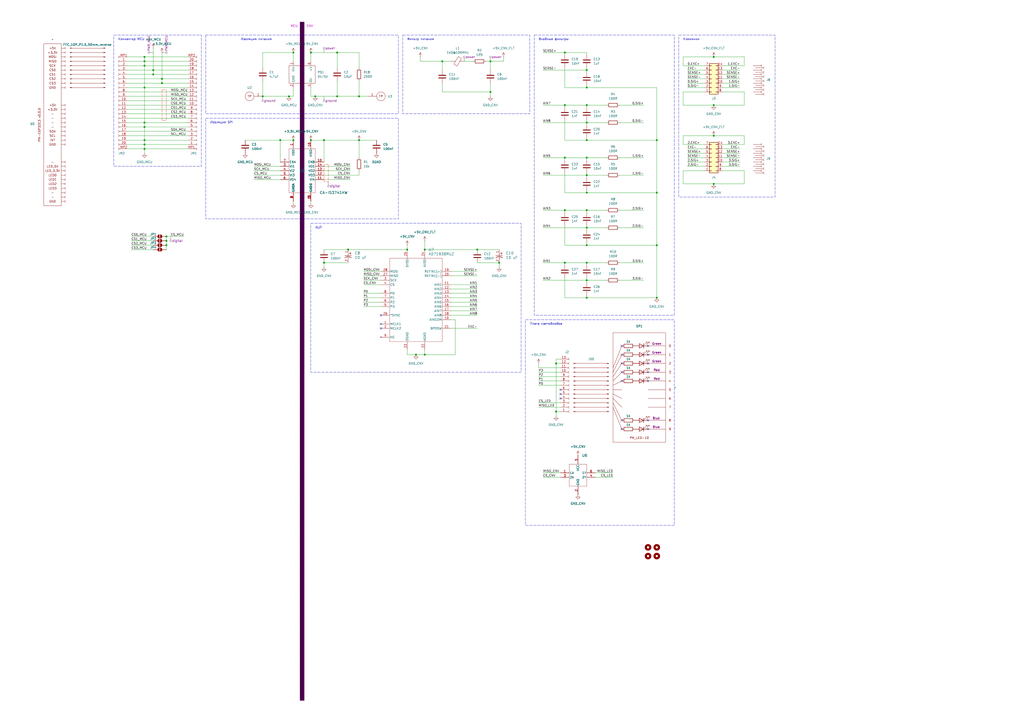
<source format=kicad_sch>
(kicad_sch (version 20250114) (generator "eeschema") (generator_version "9.0")
  (paper "A2")
  (title_block (title "${article} v${version}"))
  (rectangle (start 393.7 20.32) (end 449.58 114.3) (stroke (width 0) (type dash)))
  (rectangle (start 119.38 68.58) (end 231.14 127) (stroke (width 0) (type dash)))
  (rectangle (start 66.04 20.32) (end 116.84 96.52) (stroke (width 0) (type dash)))
  (rectangle (start 119.38 20.32) (end 231.14 66.04) (stroke (width 0) (type dash)))
  (rectangle (start 304.8 185.42) (end 391.16 304.8) (stroke (width 0) (type dash)))
  (rectangle (start 233.68 20.32) (end 307.34 66.04) (stroke (width 0) (type dash)))
  (rectangle (start 180.34 129.54) (end 302.26 215.9) (stroke (width 0) (type dash)))
  (rectangle (start 173.99 12.7) (end 176.53 406.4) (stroke (width 0) (type dot) (color 72 0 72 1)) (fill (type color) (color 72 0 72 1)))
  (rectangle (start 309.88 20.32) (end 391.16 182.88) (stroke (width 0) (type dash)))
  (text "Входные фильтры" (at 312.42 22.86 0) (effects (font (size 1.27 1.27)) (justify left)))
  (text "Коннектор MCU" (at 68.58 22.86 0) (effects (font (size 1.27 1.27)) (justify left)))
  (text "АЦП" (at 182.88 132.08 0) (effects (font (size 1.27 1.27)) (justify left)))
  (text "Плата светодиодов" (at 307.34 187.96 0) (effects (font (size 1.27 1.27)) (justify left)))
  (text "CNV" (at 177.8 15.24 0) (effects (font (size 1.27 1.27)) (justify left)))
  (text "Клеммник" (at 396.24 22.86 0) (effects (font (size 1.27 1.27)) (justify left)))
  (text "Изоляция SPI" (at 121.92 71.12 0) (effects (font (size 1.27 1.27)) (justify left)))
  (text "Фильтр питания" (at 236.22 22.86 0) (effects (font (size 1.27 1.27)) (justify left)))
  (text "MCU" (at 172.72 15.24 0) (effects (font (size 1.27 1.27)) (justify right)))
  (text "Изоляция питания" (at 139.7 22.86 0) (effects (font (size 1.27 1.27)) (justify left)))
  (junction (at 327.66 121.92))
  (junction (at 83.82 71.12))
  (junction (at 241.3 205.74))
  (junction (at 83.82 35.56))
  (junction (at 187.96 152.4))
  (junction (at 340.36 142.24))
  (junction (at 83.82 86.36))
  (junction (at 340.36 101.6))
  (junction (at 340.36 121.92))
  (junction (at 180.34 30.48))
  (junction (at 208.28 55.88))
  (junction (at 93.98 45.72))
  (junction (at 195.58 30.48))
  (junction (at 93.98 48.26))
  (junction (at 83.82 83.82))
  (junction (at 340.36 111.76))
  (junction (at 180.34 81.28))
  (junction (at 187.96 81.28))
  (junction (at 327.66 60.96))
  (junction (at 208.28 81.28))
  (junction (at 340.36 162.56))
  (junction (at 322.58 238.76))
  (junction (at 167.64 55.88))
  (junction (at 340.36 91.44))
  (junction (at 289.56 152.4))
  (junction (at 195.58 55.88))
  (junction (at 83.82 38.1))
  (junction (at 83.82 73.66))
  (junction (at 256.54 35.56))
  (junction (at 322.58 210.82))
  (junction (at 152.4 55.88))
  (junction (at 96.52 139.7))
  (junction (at 201.93 144.78))
  (junction (at 381 81.28))
  (junction (at 381 111.76))
  (junction (at 88.9 40.64))
  (junction (at 414.02 106.68))
  (junction (at 340.36 71.12))
  (junction (at 284.48 53.34))
  (junction (at 327.66 152.4))
  (junction (at 276.86 144.78))
  (junction (at 182.88 55.88))
  (junction (at 236.22 144.78))
  (junction (at 381 172.72))
  (junction (at 414.02 78.74))
  (junction (at 170.18 81.28))
  (junction (at 340.36 132.08))
  (junction (at 162.56 81.28))
  (junction (at 88.9 43.18))
  (junction (at 327.66 30.48))
  (junction (at 96.52 137.16))
  (junction (at 414.02 33.02))
  (junction (at 83.82 50.8))
  (junction (at 340.36 81.28))
  (junction (at 340.36 50.8))
  (junction (at 83.82 33.02))
  (junction (at 381 142.24))
  (junction (at 340.36 152.4))
  (junction (at 246.38 205.74))
  (junction (at 340.36 60.96))
  (junction (at 284.48 35.56))
  (junction (at 340.36 40.64))
  (junction (at 170.18 30.48))
  (junction (at 414.02 60.96))
  (junction (at 327.66 91.44))
  (junction (at 83.82 81.28))
  (junction (at 96.52 142.24))
  (junction (at 246.38 144.78))
  (junction (at 340.36 172.72))
  (no_connect (at 375.92 248.92))
  (no_connect (at 325.12 231.14))
  (no_connect (at 360.68 210.82))
  (no_connect (at 220.98 187.96))
  (no_connect (at 375.92 200.66))
  (no_connect (at 375.92 220.98))
  (no_connect (at 360.68 215.9))
  (no_connect (at 375.92 210.82))
  (no_connect (at 375.92 205.74))
  (no_connect (at 360.68 248.92))
  (no_connect (at 325.12 226.06))
  (no_connect (at 360.68 200.66))
  (no_connect (at 220.98 182.88))
  (no_connect (at 375.92 215.9))
  (no_connect (at 325.12 228.6))
  (no_connect (at 220.98 190.5))
  (no_connect (at 375.92 243.84))
  (no_connect (at 360.68 243.84))
  (no_connect (at 360.68 220.98))
  (no_connect (at 360.68 205.74))
  (wire (pts (xy 236.22 205.74) (xy 236.22 203.2)))
  (wire (pts (xy 419.1 91.44) (xy 429.26 91.44)))
  (wire (pts (xy 398.78 91.44) (xy 408.94 91.44)))
  (wire (pts (xy 340.36 30.48) (xy 340.36 31.75)))
  (wire (pts (xy 73.66 45.72) (xy 93.98 45.72)))
  (wire (pts (xy 162.56 81.28) (xy 162.56 93.98)))
  (wire (pts (xy 340.36 132.08) (xy 351.79 132.08)))
  (wire (pts (xy 96.52 142.24) (xy 96.52 144.78)))
  (wire (pts (xy 284.48 48.26) (xy 284.48 53.34)))
  (wire (pts (xy 340.36 121.92) (xy 340.36 123.19)))
  (wire (pts (xy 396.24 106.68) (xy 396.24 99.06)))
  (wire (pts (xy 93.98 45.72) (xy 109.22 45.72)))
  (wire (pts (xy 170.18 50.8) (xy 170.18 55.88)))
  (wire (pts (xy 312.42 223.52) (xy 325.12 223.52)))
  (wire (pts (xy 88.9 40.64) (xy 88.9 43.18)))
  (wire (pts (xy 419.1 96.52) (xy 429.26 96.52)))
  (wire (pts (xy 195.58 55.88) (xy 182.88 55.88)))
  (wire (pts (xy 340.36 91.44) (xy 340.36 92.71)))
  (wire (pts (xy 180.34 30.48) (xy 180.34 35.56)))
  (wire (pts (xy 312.42 233.68) (xy 325.12 233.68)))
  (wire (pts (xy 419.1 40.64) (xy 429.26 40.64)))
  (wire (pts (xy 312.42 210.82) (xy 312.42 213.36)))
  (wire (pts (xy 152.4 46.99) (xy 152.4 55.88)))
  (wire (pts (xy 162.56 81.28) (xy 170.18 81.28)))
  (wire (pts (xy 414.02 106.68) (xy 431.8 106.68)))
  (wire (pts (xy 201.93 144.78) (xy 236.22 144.78)))
  (wire (pts (xy 73.66 63.5) (xy 109.22 63.5)))
  (wire (pts (xy 261.62 165.1) (xy 276.86 165.1)))
  (wire (pts (xy 359.41 152.4) (xy 373.38 152.4)))
  (wire (pts (xy 83.82 83.82) (xy 109.22 83.82)))
  (wire (pts (xy 83.82 38.1) (xy 109.22 38.1)))
  (wire (pts (xy 314.96 91.44) (xy 327.66 91.44)))
  (wire (pts (xy 314.96 132.08) (xy 340.36 132.08)))
  (wire (pts (xy 327.66 30.48) (xy 340.36 30.48)))
  (wire (pts (xy 187.96 96.52) (xy 203.2 96.52)))
  (wire (pts (xy 195.58 46.99) (xy 195.58 55.88)))
  (wire (pts (xy 93.98 30.48) (xy 93.98 45.72)))
  (wire (pts (xy 73.66 86.36) (xy 83.82 86.36)))
  (wire (pts (xy 246.38 139.7) (xy 246.38 144.78)))
  (wire (pts (xy 180.34 50.8) (xy 180.34 55.88)))
  (wire (pts (xy 325.12 238.76) (xy 322.58 238.76)))
  (wire (pts (xy 187.96 144.78) (xy 201.93 144.78)))
  (wire (pts (xy 83.82 33.02) (xy 83.82 35.56)))
  (wire (pts (xy 327.66 161.29) (xy 327.66 172.72)))
  (wire (pts (xy 142.24 81.28) (xy 162.56 81.28)))
  (wire (pts (xy 83.82 35.56) (xy 83.82 38.1)))
  (wire (pts (xy 327.66 60.96) (xy 327.66 62.23)))
  (wire (pts (xy 431.8 38.1) (xy 419.1 38.1)))
  (wire (pts (xy 73.66 53.34) (xy 109.22 53.34)))
  (wire (pts (xy 73.66 81.28) (xy 83.82 81.28)))
  (wire (pts (xy 73.66 78.74) (xy 109.22 78.74)))
  (wire (pts (xy 398.78 45.72) (xy 408.94 45.72)))
  (wire (pts (xy 289.56 152.4) (xy 289.56 154.94)))
  (wire (pts (xy 314.96 274.32) (xy 325.12 274.32)))
  (wire (pts (xy 73.66 43.18) (xy 88.9 43.18)))
  (wire (pts (xy 419.1 88.9) (xy 429.26 88.9)))
  (wire (pts (xy 83.82 73.66) (xy 83.82 81.28)))
  (wire (pts (xy 327.66 121.92) (xy 327.66 123.19)))
  (wire (pts (xy 73.66 33.02) (xy 83.82 33.02)))
  (wire (pts (xy 312.42 218.44) (xy 325.12 218.44)))
  (wire (pts (xy 208.28 81.28) (xy 218.44 81.28)))
  (wire (pts (xy 83.82 50.8) (xy 83.82 71.12)))
  (wire (pts (xy 414.02 33.02) (xy 396.24 33.02)))
  (wire (pts (xy 96.52 137.16) (xy 106.68 137.16)))
  (wire (pts (xy 210.82 170.18) (xy 220.98 170.18)))
  (wire (pts (xy 340.36 101.6) (xy 351.79 101.6)))
  (wire (pts (xy 210.82 172.72) (xy 220.98 172.72)))
  (wire (pts (xy 180.34 81.28) (xy 187.96 81.28)))
  (wire (pts (xy 419.1 93.98) (xy 429.26 93.98)))
  (wire (pts (xy 73.66 73.66) (xy 83.82 73.66)))
  (wire (pts (xy 76.2 142.24) (xy 88.9 142.24)))
  (wire (pts (xy 210.82 175.26) (xy 220.98 175.26)))
  (wire (pts (xy 162.56 104.14) (xy 147.32 104.14)))
  (wire (pts (xy 340.36 121.92) (xy 351.79 121.92)))
  (wire (pts (xy 261.62 167.64) (xy 276.86 167.64)))
  (wire (pts (xy 241.3 205.74) (xy 246.38 205.74)))
  (wire (pts (xy 256.54 48.26) (xy 256.54 53.34)))
  (wire (pts (xy 381 81.28) (xy 381 50.8)))
  (wire (pts (xy 419.1 83.82) (xy 431.8 83.82)))
  (wire (pts (xy 312.42 213.36) (xy 325.12 213.36)))
  (wire (pts (xy 340.36 161.29) (xy 340.36 162.56)))
  (wire (pts (xy 359.41 162.56) (xy 373.38 162.56)))
  (wire (pts (xy 83.82 71.12) (xy 109.22 71.12)))
  (wire (pts (xy 398.78 48.26) (xy 408.94 48.26)))
  (wire (pts (xy 429.26 43.18) (xy 419.1 43.18)))
  (wire (pts (xy 345.44 276.86) (xy 355.6 276.86)))
  (wire (pts (xy 73.66 50.8) (xy 83.82 50.8)))
  (wire (pts (xy 83.82 71.12) (xy 83.82 73.66)))
  (wire (pts (xy 431.8 53.34) (xy 431.8 60.96)))
  (wire (pts (xy 73.66 38.1) (xy 83.82 38.1)))
  (wire (pts (xy 359.41 121.92) (xy 373.38 121.92)))
  (wire (pts (xy 314.96 121.92) (xy 327.66 121.92)))
  (wire (pts (xy 340.36 130.81) (xy 340.36 132.08)))
  (wire (pts (xy 414.02 78.74) (xy 396.24 78.74)))
  (wire (pts (xy 261.62 170.18) (xy 276.86 170.18)))
  (wire (pts (xy 314.96 276.86) (xy 325.12 276.86)))
  (wire (pts (xy 261.62 182.88) (xy 276.86 182.88)))
  (wire (pts (xy 76.2 144.78) (xy 88.9 144.78)))
  (wire (pts (xy 256.54 35.56) (xy 261.62 35.56)))
  (wire (pts (xy 210.82 162.56) (xy 220.98 162.56)))
  (wire (pts (xy 327.66 153.67) (xy 327.66 152.4)))
  (wire (pts (xy 261.62 175.26) (xy 276.86 175.26)))
  (wire (pts (xy 208.28 81.28) (xy 208.28 91.44)))
  (wire (pts (xy 314.96 60.96) (xy 327.66 60.96)))
  (wire (pts (xy 73.66 83.82) (xy 83.82 83.82)))
  (wire (pts (xy 419.1 99.06) (xy 431.8 99.06)))
  (wire (pts (xy 322.58 238.76) (xy 322.58 241.3)))
  (wire (pts (xy 340.36 91.44) (xy 351.79 91.44)))
  (wire (pts (xy 187.96 101.6) (xy 208.28 101.6)))
  (wire (pts (xy 314.96 40.64) (xy 340.36 40.64)))
  (wire (pts (xy 340.36 39.37) (xy 340.36 40.64)))
  (wire (pts (xy 73.66 76.2) (xy 109.22 76.2)))
  (wire (pts (xy 88.9 43.18) (xy 109.22 43.18)))
  (wire (pts (xy 152.4 30.48) (xy 170.18 30.48)))
  (wire (pts (xy 88.9 40.64) (xy 109.22 40.64)))
  (wire (pts (xy 261.62 177.8) (xy 276.86 177.8)))
  (wire (pts (xy 327.66 111.76) (xy 340.36 111.76)))
  (wire (pts (xy 264.16 185.42) (xy 264.16 205.74)))
  (wire (pts (xy 340.36 111.76) (xy 381 111.76)))
  (wire (pts (xy 340.36 132.08) (xy 340.36 133.35)))
  (wire (pts (xy 327.66 91.44) (xy 327.66 92.71)))
  (wire (pts (xy 284.48 53.34) (xy 284.48 55.88)))
  (wire (pts (xy 327.66 60.96) (xy 340.36 60.96)))
  (wire (pts (xy 431.8 60.96) (xy 414.02 60.96)))
  (wire (pts (xy 284.48 35.56) (xy 284.48 40.64)))
  (wire (pts (xy 187.96 152.4) (xy 201.93 152.4)))
  (wire (pts (xy 340.36 140.97) (xy 340.36 142.24)))
  (wire (pts (xy 340.36 69.85) (xy 340.36 71.12)))
  (wire (pts (xy 73.66 58.42) (xy 109.22 58.42)))
  (wire (pts (xy 152.4 39.37) (xy 152.4 30.48)))
  (wire (pts (xy 236.22 205.74) (xy 241.3 205.74)))
  (wire (pts (xy 327.66 121.92) (xy 340.36 121.92)))
  (wire (pts (xy 359.41 71.12) (xy 373.38 71.12)))
  (wire (pts (xy 325.12 208.28) (xy 322.58 208.28)))
  (wire (pts (xy 83.82 33.02) (xy 109.22 33.02)))
  (wire (pts (xy 340.36 142.24) (xy 381 142.24)))
  (wire (pts (xy 312.42 215.9) (xy 325.12 215.9)))
  (wire (pts (xy 213.36 55.88) (xy 208.28 55.88)))
  (wire (pts (xy 162.56 96.52) (xy 147.32 96.52)))
  (wire (pts (xy 73.66 66.04) (xy 109.22 66.04)))
  (wire (pts (xy 269.24 35.56) (xy 274.32 35.56)))
  (wire (pts (xy 83.82 35.56) (xy 109.22 35.56)))
  (wire (pts (xy 281.94 35.56) (xy 284.48 35.56)))
  (wire (pts (xy 261.62 180.34) (xy 276.86 180.34)))
  (wire (pts (xy 243.84 33.02) (xy 243.84 35.56)))
  (wire (pts (xy 314.96 71.12) (xy 340.36 71.12)))
  (wire (pts (xy 322.58 210.82) (xy 322.58 238.76)))
  (wire (pts (xy 261.62 157.48) (xy 276.86 157.48)))
  (wire (pts (xy 414.02 106.68) (xy 396.24 106.68)))
  (wire (pts (xy 314.96 152.4) (xy 327.66 152.4)))
  (wire (pts (xy 187.96 81.28) (xy 187.96 93.98)))
  (wire (pts (xy 312.42 236.22) (xy 325.12 236.22)))
  (wire (pts (xy 327.66 30.48) (xy 327.66 31.75)))
  (wire (pts (xy 340.36 81.28) (xy 340.36 80.01)))
  (wire (pts (xy 414.02 60.96) (xy 396.24 60.96)))
  (wire (pts (xy 398.78 50.8) (xy 408.94 50.8)))
  (wire (pts (xy 187.96 104.14) (xy 203.2 104.14)))
  (wire (pts (xy 246.38 144.78) (xy 276.86 144.78)))
  (wire (pts (xy 210.82 165.1) (xy 220.98 165.1)))
  (wire (pts (xy 93.98 45.72) (xy 93.98 48.26)))
  (wire (pts (xy 210.82 160.02) (xy 220.98 160.02)))
  (wire (pts (xy 327.66 172.72) (xy 340.36 172.72)))
  (wire (pts (xy 398.78 86.36) (xy 408.94 86.36)))
  (wire (pts (xy 340.36 50.8) (xy 381 50.8)))
  (wire (pts (xy 345.44 274.32) (xy 355.6 274.32)))
  (wire (pts (xy 276.86 152.4) (xy 289.56 152.4)))
  (wire (pts (xy 429.26 48.26) (xy 419.1 48.26)))
  (wire (pts (xy 340.36 81.28) (xy 381 81.28)))
  (wire (pts (xy 327.66 100.33) (xy 327.66 111.76)))
  (wire (pts (xy 73.66 55.88) (xy 109.22 55.88)))
  (wire (pts (xy 314.96 30.48) (xy 327.66 30.48)))
  (wire (pts (xy 162.56 99.06) (xy 147.32 99.06)))
  (wire (pts (xy 396.24 83.82) (xy 408.94 83.82)))
  (wire (pts (xy 398.78 93.98) (xy 408.94 93.98)))
  (wire (pts (xy 243.84 35.56) (xy 256.54 35.56)))
  (wire (pts (xy 431.8 78.74) (xy 414.02 78.74)))
  (wire (pts (xy 170.18 118.11) (xy 170.18 116.84)))
  (wire (pts (xy 93.98 48.26) (xy 109.22 48.26)))
  (wire (pts (xy 195.58 39.37) (xy 195.58 30.48)))
  (wire (pts (xy 187.96 99.06) (xy 203.2 99.06)))
  (wire (pts (xy 381 142.24) (xy 381 172.72)))
  (wire (pts (xy 359.41 91.44) (xy 373.38 91.44)))
  (wire (pts (xy 396.24 38.1) (xy 408.94 38.1)))
  (wire (pts (xy 398.78 40.64) (xy 408.94 40.64)))
  (wire (pts (xy 327.66 91.44) (xy 340.36 91.44)))
  (wire (pts (xy 292.1 33.02) (xy 292.1 35.56)))
  (wire (pts (xy 398.78 96.52) (xy 408.94 96.52)))
  (wire (pts (xy 327.66 81.28) (xy 340.36 81.28)))
  (wire (pts (xy 429.26 45.72) (xy 419.1 45.72)))
  (wire (pts (xy 292.1 35.56) (xy 284.48 35.56)))
  (wire (pts (xy 83.82 50.8) (xy 109.22 50.8)))
  (wire (pts (xy 210.82 177.8) (xy 220.98 177.8)))
  (wire (pts (xy 83.82 38.1) (xy 83.82 50.8)))
  (wire (pts (xy 208.28 99.06) (xy 208.28 101.6)))
  (wire (pts (xy 261.62 160.02) (xy 276.86 160.02)))
  (wire (pts (xy 210.82 157.48) (xy 220.98 157.48)))
  (wire (pts (xy 325.12 210.82) (xy 322.58 210.82)))
  (wire (pts (xy 73.66 40.64) (xy 88.9 40.64)))
  (wire (pts (xy 398.78 88.9) (xy 408.94 88.9)))
  (wire (pts (xy 327.66 142.24) (xy 340.36 142.24)))
  (wire (pts (xy 96.52 139.7) (xy 96.52 142.24)))
  (wire (pts (xy 327.66 152.4) (xy 340.36 152.4)))
  (wire (pts (xy 340.36 152.4) (xy 351.79 152.4)))
  (wire (pts (xy 340.36 162.56) (xy 351.79 162.56)))
  (wire (pts (xy 83.82 86.36) (xy 109.22 86.36)))
  (wire (pts (xy 396.24 53.34) (xy 408.94 53.34)))
  (wire (pts (xy 396.24 33.02) (xy 396.24 38.1)))
  (wire (pts (xy 327.66 130.81) (xy 327.66 142.24)))
  (wire (pts (xy 83.82 81.28) (xy 109.22 81.28)))
  (wire (pts (xy 261.62 185.42) (xy 264.16 185.42)))
  (wire (pts (xy 322.58 208.28) (xy 322.58 210.82)))
  (wire (pts (xy 264.16 205.74) (xy 246.38 205.74)))
  (wire (pts (xy 431.8 53.34) (xy 419.1 53.34)))
  (wire (pts (xy 340.36 171.45) (xy 340.36 172.72)))
  (wire (pts (xy 398.78 43.18) (xy 408.94 43.18)))
  (wire (pts (xy 73.66 48.26) (xy 93.98 48.26)))
  (wire (pts (xy 236.22 142.24) (xy 236.22 144.78)))
  (wire (pts (xy 396.24 60.96) (xy 396.24 53.34)))
  (wire (pts (xy 429.26 50.8) (xy 419.1 50.8)))
  (wire (pts (xy 83.82 73.66) (xy 109.22 73.66)))
  (wire (pts (xy 340.36 49.53) (xy 340.36 50.8)))
  (wire (pts (xy 180.34 30.48) (xy 195.58 30.48)))
  (wire (pts (xy 83.82 86.36) (xy 83.82 88.9)))
  (wire (pts (xy 261.62 190.5) (xy 276.86 190.5)))
  (wire (pts (xy 73.66 71.12) (xy 83.82 71.12)))
  (wire (pts (xy 73.66 35.56) (xy 83.82 35.56)))
  (wire (pts (xy 327.66 69.85) (xy 327.66 81.28)))
  (wire (pts (xy 208.28 39.37) (xy 208.28 30.48)))
  (wire (pts (xy 73.66 60.96) (xy 109.22 60.96)))
  (wire (pts (xy 340.36 40.64) (xy 340.36 41.91)))
  (wire (pts (xy 261.62 172.72) (xy 276.86 172.72)))
  (wire (pts (xy 312.42 220.98) (xy 325.12 220.98)))
  (wire (pts (xy 147.32 101.6) (xy 162.56 101.6)))
  (wire (pts (xy 396.24 78.74) (xy 396.24 83.82)))
  (wire (pts (xy 187.96 81.28) (xy 208.28 81.28)))
  (wire (pts (xy 256.54 53.34) (xy 284.48 53.34)))
  (wire (pts (xy 208.28 55.88) (xy 195.58 55.88)))
  (wire (pts (xy 340.36 100.33) (xy 340.36 101.6)))
  (wire (pts (xy 431.8 33.02) (xy 414.02 33.02)))
  (wire (pts (xy 431.8 106.68) (xy 431.8 99.06)))
  (wire (pts (xy 340.36 60.96) (xy 351.79 60.96)))
  (wire (pts (xy 88.9 27.94) (xy 88.9 40.64)))
  (wire (pts (xy 208.28 46.99) (xy 208.28 55.88)))
  (wire (pts (xy 180.34 118.11) (xy 180.34 116.84)))
  (wire (pts (xy 327.66 50.8) (xy 340.36 50.8)))
  (wire (pts (xy 314.96 162.56) (xy 340.36 162.56)))
  (wire (pts (xy 396.24 99.06) (xy 408.94 99.06)))
  (wire (pts (xy 340.36 71.12) (xy 351.79 71.12)))
  (wire (pts (xy 152.4 55.88) (xy 167.64 55.88)))
  (wire (pts (xy 340.36 172.72) (xy 381 172.72)))
  (wire (pts (xy 167.64 55.88) (xy 170.18 55.88)))
  (wire (pts (xy 340.36 162.56) (xy 340.36 163.83)))
  (wire (pts (xy 340.36 72.39) (xy 340.36 71.12)))
  (wire (pts (xy 83.82 81.28) (xy 83.82 83.82)))
  (wire (pts (xy 96.52 137.16) (xy 96.52 139.7)))
  (wire (pts (xy 187.96 152.4) (xy 187.96 154.94)))
  (wire (pts (xy 431.8 38.1) (xy 431.8 33.02)))
  (wire (pts (xy 327.66 39.37) (xy 327.66 50.8)))
  (wire (pts (xy 76.2 137.16) (xy 88.9 137.16)))
  (wire (pts (xy 359.41 60.96) (xy 373.38 60.96)))
  (wire (pts (xy 276.86 144.78) (xy 289.56 144.78)))
  (wire (pts (xy 256.54 35.56) (xy 256.54 40.64)))
  (wire (pts (xy 431.8 78.74) (xy 431.8 83.82)))
  (wire (pts (xy 246.38 203.2) (xy 246.38 205.74)))
  (wire (pts (xy 381 81.28) (xy 381 111.76)))
  (wire (pts (xy 340.36 60.96) (xy 340.36 62.23)))
  (wire (pts (xy 76.2 139.7) (xy 88.9 139.7)))
  (wire (pts (xy 381 111.76) (xy 381 142.24)))
  (wire (pts (xy 180.34 55.88) (xy 182.88 55.88)))
  (wire (pts (xy 359.41 101.6) (xy 373.38 101.6)))
  (wire (pts (xy 340.36 110.49) (xy 340.36 111.76)))
  (wire (pts (xy 83.82 83.82) (xy 83.82 86.36)))
  (wire (pts (xy 340.36 153.67) (xy 340.36 152.4)))
  (wire (pts (xy 170.18 30.48) (xy 170.18 35.56)))
  (wire (pts (xy 340.36 101.6) (xy 340.36 102.87)))
  (wire (pts (xy 419.1 86.36) (xy 429.26 86.36)))
  (wire (pts (xy 359.41 132.08) (xy 373.38 132.08)))
  (wire (pts (xy 314.96 101.6) (xy 340.36 101.6)))
  (wire (pts (xy 73.66 68.58) (xy 109.22 68.58)))
  (wire (pts (xy 208.28 30.48) (xy 195.58 30.48)))
  (label "1.SIG-" (at 429.26 50.8 180))
  (label "CS3_MCU" (at 99.06 68.58 0))
  (label "CS_CNV" (at 203.2 101.6 180))
  (label "MOSI_CNV" (at 210.82 157.48 0))
  (label "1.SIG+" (at 429.26 48.26 180))
  (label "MISO_CNV" (at 210.82 160.02 0))
  (label "AIN1" (at 314.96 152.4 0))
  (label "SENSE-" (at 276.86 160.02 180))
  (label "3.EXC+" (at 429.26 83.82 180))
  (label "EXC-" (at 429.26 40.64 180))
  (label "EXC-" (at 398.78 86.36 0))
  (label "SENSE+" (at 398.78 43.18 0))
  (label "P2" (at 312.42 218.44 0))
  (label "3.SIG+" (at 373.38 152.4 180))
  (label "P0" (at 312.42 223.52 0))
  (label "1.EXC+" (at 429.26 38.1 180))
  (label "CS_MCU" (at 147.32 101.6 0))
  (label "0.SIG-" (at 373.38 71.12 180))
  (label "CS_CNV" (at 210.82 165.1 0))
  (label "AIN2" (at 276.86 167.64 180))
  (label "CS2_MCU" (at 99.06 66.04 0))
  (label "MISO_CNV" (at 203.2 104.14 180))
  (label "1.SIG-" (at 373.38 101.6 180))
  (label "SENSE-" (at 398.78 45.72 0))
  (label "P1" (at 312.42 220.98 0))
  (label "0.SIG+" (at 398.78 48.26 0))
  (label "AIN8" (at 276.86 182.88 180))
  (label "1.SIG+" (at 373.38 91.44 180))
  (label "EXC-" (at 429.26 86.36 180))
  (label "SENSE-" (at 398.78 91.44 0))
  (label "CS0_MCU" (at 76.2 137.16 0))
  (label "SENSE+" (at 429.26 88.9 180))
  (label "3.SIG-" (at 373.38 162.56 180))
  (label "CS_LED" (at 312.42 233.68 0))
  (label "2.SIG+" (at 398.78 93.98 0))
  (label "0.SIG-" (at 398.78 50.8 0))
  (label "MISO_LED" (at 312.42 236.22 0))
  (label "0.EXC+" (at 398.78 38.1 0))
  (label "MOSI_CNV" (at 203.2 96.52 180))
  (label "SCK_CNV" (at 203.2 99.06 180))
  (label "AIN6" (at 314.96 101.6 0))
  (label "MISO_MCU" (at 99.06 55.88 0))
  (label "2.SIG-" (at 373.38 132.08 180))
  (label "AIN5" (at 276.86 175.26 180))
  (label "P1" (at 210.82 172.72 0))
  (label "CS_MCU" (at 106.68 137.16 180))
  (label "CS2_MCU" (at 76.2 142.24 0))
  (label "AIN4" (at 314.96 132.08 0))
  (label "AIN8" (at 314.96 71.12 0))
  (label "SENSE+" (at 398.78 88.9 0))
  (label "AIN3" (at 276.86 170.18 180))
  (label "MISO_LED" (at 355.6 274.32 180))
  (label "AIN1" (at 276.86 165.1 180))
  (label "MOSI_MCU" (at 147.32 96.52 0))
  (label "CS0_MCU" (at 99.06 60.96 0))
  (label "2.SIG+" (at 373.38 121.92 180))
  (label "SCK_CNV" (at 210.82 162.56 0))
  (label "SCL_MCU" (at 99.06 78.74 0))
  (label "SENSE-" (at 429.26 45.72 180))
  (label "P2" (at 210.82 175.26 0))
  (label "AIN4" (at 276.86 172.72 180))
  (label "CS1_MCU" (at 76.2 139.7 0))
  (label "CS_CNV" (at 314.96 276.86 0))
  (label "P3" (at 210.82 177.8 0))
  (label "CS1_MCU" (at 99.06 63.5 0))
  (label "SCK_MCU" (at 147.32 99.06 0))
  (label "AIN7" (at 314.96 60.96 0))
  (label "SENSE+" (at 314.96 30.48 0))
  (label "MISO_MCU" (at 147.32 104.14 0))
  (label "2.EXC+" (at 398.78 83.82 0))
  (label "0.SIG+" (at 373.38 60.96 180))
  (label "SCK_MCU" (at 99.06 58.42 0))
  (label "3.SIG+" (at 429.26 93.98 180))
  (label "2.SIG-" (at 398.78 96.52 0))
  (label "P3" (at 312.42 215.9 0))
  (label "SENSE+" (at 429.26 43.18 180))
  (label "CS3_MCU" (at 76.2 144.78 0))
  (label "MOSI_MCU" (at 99.06 53.34 0))
  (label "AIN5" (at 314.96 91.44 0))
  (label "SENSE-" (at 429.26 91.44 180))
  (label "AIN3" (at 314.96 121.92 0))
  (label "AIN6" (at 276.86 177.8 180))
  (label "P0" (at 210.82 170.18 0))
  (label "AIN7" (at 276.86 180.34 180))
  (label "EXC-" (at 276.86 190.5 180))
  (label "SDA_MCU" (at 99.06 76.2 0))
  (label "SENSE-" (at 314.96 40.64 0))
  (label "SENSE+" (at 276.86 157.48 180))
  (label "CS_LED" (at 355.6 276.86 180))
  (label "MISO_CNV" (at 314.96 274.32 0))
  (label "EXC-" (at 398.78 40.64 0))
  (label "3.SIG-" (at 429.26 96.52 180))
  (label "AIN2" (at 314.96 162.56 0))
  (rule_area (polyline (pts (xy 187.96 95.25) (xy 187.96 105.41) (xy 190.5 105.41) (xy 190.5 95.25)) (stroke (width 0) (type dash))))
  (rule_area (polyline (pts (xy 93.98 52.07) (xy 93.98 69.85) (xy 96.52 69.85) (xy 96.52 52.07)) (stroke (width 0) (type dash))))
  (netclass_flag "" (length 2.54) (shape round) (at 284.48 35.56 0) (property "Netclass" "power" (at 285.1785 33.02 0) (effects (font (italic yes)) (justify left))))
  (netclass_flag "" (length 2.54) (shape round) (at 152.4 55.88 180) (property "Netclass" "ground" (at 153.0985 58.42 0) (effects (font (italic yes)) (justify left))))
  (netclass_flag "" (length 2.54) (shape round) (at 187.96 55.88 180) (property "Netclass" "ground" (at 188.6585 58.42 0) (effects (font (italic yes)) (justify left))))
  (netclass_flag "" (length 2.54) (shape round) (at 88.9 30.48 90) (property "Netclass" "PWR_MCU" (at 86.36 29.7815 90) (effects (font (italic yes)) (justify left))))
  (netclass_flag "" (length 2.54) (shape round) (at 99.06 137.16 180) (property "Netclass" "digital" (at 99.7585 139.7 0) (effects (font (italic yes)) (justify left))))
  (netclass_flag "" (length 2.54) (shape round) (at 190.5 105.41 180) (property "Netclass" "digital" (at 191.1985 107.95 0) (effects (font (italic yes)) (justify left))))
  (netclass_flag "" (length 2.54) (shape round) (at 269.24 35.56 0) (property "Netclass" "power" (at 269.9385 33.02 0) (effects (font (italic yes)) (justify left))))
  (netclass_flag "" (length 2.54) (shape round) (at 187.96 30.48 0) (property "Netclass" "power" (at 188.6585 27.94 0) (effects (font (italic yes)) (justify left))))
  (netclass_flag "" (length 2.54) (shape round) (at 93.98 30.48 270) (property "Netclass" "PWR_MCU" (at 96.52 29.7815 90) (effects (font (italic yes)) (justify left))))
  (symbol (lib_id "kicad_inventree_lib:R_1k_0603_1%") (at 364.49 220.98 90) (unit 1) (on_board no)
    (property "Reference" "R15" (effects (hide yes)))
    (property "Value" "1k" (at 364.49 218.44 90))
    (property "Footprint" "Resistor_SMD:R_0603_1608Metric" (effects (hide yes)))
    (property "Datasheet" "http://inventree.network/part/280/" (effects (hide yes)))
    (property "Description" "Resistor" (effects (hide yes)))
    (property "part_ipn" "R_1k_0603_1%" (effects (hide yes)))
  )
  (symbol (lib_id "power:+5V") (at 414.02 78.74 0) (unit 1)
    (property "Reference" "#PWR030" (effects (hide yes)))
    (property "Value" "+5V_CNV_FLT" (at 414.02 73.66 0))
    (property "Description" "Power symbol creates a global label with name \"+5V\"" (effects (hide yes)))
  )
  (symbol (lib_id "kicad_inventree_lib:TAJA106M016RNJ") (at 201.93 144.78 270) (unit 1)
    (property "Reference" "C8" (at 205.74 146.8373 90) (effects (font (size 1.524 1.524)) (justify left)))
    (property "Value" "10 uF" (at 205.74 149.3773 90) (effects (font (size 1.524 1.524)) (justify left)))
    (property "Footprint" "kicad_inventree_lib:TAJA_AVX-M" (effects (hide yes)))
    (property "Datasheet" "TAJA106M016RNJ" (effects (hide yes)))
    (property "Description" "10uF 16V 3Ω@100kHz ±20% CASE-A-3216-18(mm) Tantalum Capacitors" (effects (hide yes)))
    (property "part_ipn" "TAJA106M016RNJ" (effects (hide yes)))
  )
  (symbol (lib_id "power:GND") (at 381 172.72 0) (unit 1)
    (property "Reference" "#PWR027" (effects (hide yes)))
    (property "Value" "GND_CNV" (at 381 177.8 0))
    (property "Description" "Power symbol creates a global label with name \"GND\" , ground" (effects (hide yes)))
  )
  (symbol (lib_id "kicad_inventree_lib: C_4.7uF_16V_0805_MLCC-X7R") (at 152.4 43.18 0) (unit 1)
    (property "Reference" "C1" (at 156.21 41.9099 0) (effects (justify left)))
    (property "Value" "4.7uF" (at 156.21 44.4499 0) (effects (justify left)))
    (property "Footprint" "Capacitor_SMD:C_0805_2012Metric" (effects (hide yes)))
    (property "Description" "Unpolarized capacitor" (effects (hide yes)))
    (property "part_ipn" " C_4.7uF_16V_0805_MLCC-X7R" (effects (hide yes)))
  )
  (symbol (lib_id "kicad_inventree_lib:SolderJumper_2_Open") (at 92.71 137.16 0) (unit 1) (in_bom no)
    (property "Reference" "JP1" (at 88.9 135.89 0))
    (property "Value" "SolderJumper_2_Open" (effects (hide yes)))
    (property "Footprint" "kicad_inventree_lib:SolderJumper-2_P1.3mm_Open_RoundedPad1.0x1.5mm" (effects (hide yes)))
    (property "Description" "Solder Jumper, 2-pole, open" (effects (hide yes)))
  )
  (symbol (lib_id "kicad_inventree_lib:R_100R_0603_1%") (at 355.6 71.12 90) (unit 1)
    (property "Reference" "R3" (at 355.6 64.77 90))
    (property "Value" "100R" (at 355.6 67.31 90))
    (property "Footprint" "Resistor_SMD:R_0603_1608Metric" (effects (hide yes)))
    (property "Datasheet" "http://inventree.network/part/223/" (effects (hide yes)))
    (property "Description" "Resistor" (effects (hide yes)))
    (property "part_ipn" "R_100R_0603_1%" (effects (hide yes)))
  )
  (symbol (lib_id "power:GND") (at 83.82 88.9 0) (unit 1)
    (property "Reference" "#PWR032" (effects (hide yes)))
    (property "Value" "GND_MCU" (at 83.82 93.98 0))
    (property "Description" "Power symbol creates a global label with name \"GND\" , ground" (effects (hide yes)))
  )
  (symbol (lib_id "kicad_inventree_lib:15EDGRHC-THR-3.5-14P") (at 414.02 91.44 0) (mirror x) (unit 1)
    (property "Reference" "J4" (at 414.02 102.87 0))
    (property "Value" "15EDGRHC-THR-3.5-14P" (effects (hide yes)))
    (property "Footprint" "kicad_inventree_lib:15EDGRHC-THR-3.5-14P" (effects (hide yes)))
    (property "Datasheet" "http://inventree.network/part/240/" (effects (hide yes)))
    (property "Description" "Generic connector, double row, 02x05, odd/even pin numbering scheme (row 1 odd numbers, row 2 even numbers), script generated (kicad-library-utils/schlib/autogen/connector/)" (effects (hide yes)))
    (property "part_ipn" "15EDGRHC-THR-3.5-14P" (effects (hide yes)))
  )
  (symbol (lib_id "power:GND") (at 182.88 55.88 0) (unit 1)
    (property "Reference" "#PWR012" (effects (hide yes)))
    (property "Value" "GND_CNV" (at 182.88 60.96 0))
    (property "Description" "Power symbol creates a global label with name \"GND\" , ground" (effects (hide yes)))
  )
  (symbol (lib_id "kicad_inventree_lib:C_100nF_16V_0603_MLCC-X7R") (at 218.44 85.09 180) (unit 1)
    (property "Reference" "C5" (at 222.25 83.8199 0) (effects (justify right)))
    (property "Value" "100nF" (at 222.25 86.3599 0) (effects (justify right)))
    (property "Footprint" "Capacitor_SMD:C_0603_1608Metric" (effects (hide yes)))
    (property "Datasheet" "http://inventree.network/part/221" (effects (hide yes)))
    (property "Description" "Unpolarized capacitor" (effects (hide yes)))
    (property "part_ipn" "C_100nF_16V_0603_MLCC-X7R" (effects (hide yes)))
  )
  (symbol (lib_id "kicad_inventree_lib:R_100R_0603_1%") (at 355.6 132.08 90) (unit 1)
    (property "Reference" "R7" (at 355.6 125.73 90))
    (property "Value" "100R" (at 355.6 128.27 90))
    (property "Footprint" "Resistor_SMD:R_0603_1608Metric" (effects (hide yes)))
    (property "Datasheet" "http://inventree.network/part/223/" (effects (hide yes)))
    (property "Description" "Resistor" (effects (hide yes)))
    (property "part_ipn" "R_100R_0603_1%" (effects (hide yes)))
  )
  (symbol (lib_id "kicad_inventree_lib:C_1nF_16V_0603_MLCC-X7R") (at 327.66 96.52 0) (unit 1)
    (property "Reference" "C23" (at 331.47 95.2499 0) (effects (justify left)))
    (property "Value" "1nF" (at 331.47 97.7899 0) (effects (justify left)))
    (property "Footprint" "Capacitor_SMD:C_0603_1608Metric" (effects (hide yes)))
    (property "Datasheet" "http://inventree.network/part/225/" (effects (hide yes)))
    (property "Description" "Unpolarized capacitor" (effects (hide yes)))
    (property "part_ipn" "C_1nF_16V_0603_MLCC-X7R" (effects (hide yes)))
  )
  (symbol (lib_id "power:GND") (at 414.02 60.96 0) (unit 1)
    (property "Reference" "#PWR029" (effects (hide yes)))
    (property "Value" "GND_CNV" (at 414.02 66.04 0))
    (property "Description" "Power symbol creates a global label with name \"GND\" , ground" (effects (hide yes)))
  )
  (symbol (lib_id "power:+5V") (at 208.28 81.28 0) (unit 1)
    (property "Reference" "#PWR014" (effects (hide yes)))
    (property "Value" "+5V_CNV" (at 208.28 76.2 0))
    (property "Description" "Power symbol creates a global label with name \"+5V\"" (effects (hide yes)))
  )
  (symbol (lib_id "kicad_inventree_lib:C_10nF_16V_0603_MLCC-X7R") (at 327.66 35.56 0) (unit 1)
    (property "Reference" "C19" (at 331.47 34.2899 0) (effects (justify left)))
    (property "Value" "10nF" (at 331.47 36.8299 0) (effects (justify left)))
    (property "Footprint" "Capacitor_SMD:C_0603_1608Metric" (effects (hide yes)))
    (property "Datasheet" "http://inventree.network/part/226/" (effects (hide yes)))
    (property "Description" "Unpolarized capacitor" (effects (hide yes)))
    (property "part_ipn" "C_10nF_16V_0603_MLCC-X7R" (effects (hide yes)))
  )
  (symbol (lib_id "kicad_inventree_lib:TAJA106M016RNJ") (at 289.56 144.78 270) (unit 1)
    (property "Reference" "C10" (at 293.37 146.8373 90) (effects (font (size 1.524 1.524)) (justify left)))
    (property "Value" "10 uF" (at 293.37 149.3773 90) (effects (font (size 1.524 1.524)) (justify left)))
    (property "Footprint" "kicad_inventree_lib:TAJA_AVX-M" (effects (hide yes)))
    (property "Datasheet" "TAJA106M016RNJ" (effects (hide yes)))
    (property "Description" "10uF 16V 3Ω@100kHz ±20% CASE-A-3216-18(mm) Tantalum Capacitors" (effects (hide yes)))
    (property "part_ipn" "TAJA106M016RNJ" (effects (hide yes)))
  )
  (symbol (lib_id "power:+5V") (at 93.98 30.48 0) (unit 1)
    (property "Reference" "#PWR034" (effects (hide yes)))
    (property "Value" "+3.3V_MCU" (at 93.98 25.4 0))
    (property "Description" "Power symbol creates a global label with name \"+5V\"" (effects (hide yes)))
  )
  (symbol (lib_id "power:GND") (at 414.02 106.68 0) (unit 1)
    (property "Reference" "#PWR031" (effects (hide yes)))
    (property "Value" "GND_CNV" (at 414.02 111.76 0))
    (property "Description" "Power symbol creates a global label with name \"GND\" , ground" (effects (hide yes)))
  )
  (symbol (lib_id "power:GND") (at 335.28 287.02 0) (unit 1)
    (property "Reference" "#PWR026" (effects (hide yes)))
    (property "Value" "GND_CNV" (at 335.28 292.1 0))
    (property "Description" "Power symbol creates a global label with name \"GND\" , ground" (effects (hide yes)))
  )
  (symbol (lib_id "kicad_inventree_lib:MountingHole_M3") (at 375.92 317.5 0) (unit 1) (exclude_from_sim yes) (in_bom no)
    (property "Reference" "H4" (effects (hide yes)))
    (property "Value" "MountingHole_M3" (effects (hide yes)))
    (property "Footprint" "kicad_inventree_lib:MountingHole_M3" (effects (hide yes)))
    (property "Description" "Mounting Hole without connection" (effects (hide yes)))
  )
  (symbol (lib_id "kicad_inventree_lib:C_100nF_16V_0603_MLCC-X7R") (at 187.96 148.59 0) (unit 1)
    (property "Reference" "C7" (at 191.77 147.3199 0) (effects (justify left)))
    (property "Value" "100nF" (at 191.77 149.8599 0) (effects (justify left)))
    (property "Footprint" "Capacitor_SMD:C_0603_1608Metric" (effects (hide yes)))
    (property "Datasheet" "http://inventree.network/part/221" (effects (hide yes)))
    (property "Description" "Unpolarized capacitor" (effects (hide yes)))
    (property "part_ipn" "C_100nF_16V_0603_MLCC-X7R" (effects (hide yes)))
  )
  (symbol (lib_id "kicad_inventree_lib:C_1nF_16V_0603_MLCC-X7R") (at 340.36 76.2 0) (unit 1)
    (property "Reference" "C20" (at 344.17 74.9299 0) (effects (justify left)))
    (property "Value" "1nF" (at 344.17 77.4699 0) (effects (justify left)))
    (property "Footprint" "Capacitor_SMD:C_0603_1608Metric" (effects (hide yes)))
    (property "Datasheet" "http://inventree.network/part/225/" (effects (hide yes)))
    (property "Description" "Unpolarized capacitor" (effects (hide yes)))
    (property "part_ipn" "C_1nF_16V_0603_MLCC-X7R" (effects (hide yes)))
  )
  (symbol (lib_id "power:+5V") (at 312.42 210.82 0) (unit 1)
    (property "Reference" "#PWR023" (effects (hide yes)))
    (property "Value" "+5V_CNV" (at 312.42 205.74 0))
    (property "Description" "Power symbol creates a global label with name \"+5V\"" (effects (hide yes)))
  )
  (symbol (lib_id "kicad_inventree_lib:MountingHole_M3") (at 381 322.58 0) (unit 1) (exclude_from_sim yes) (in_bom no)
    (property "Reference" "H3" (effects (hide yes)))
    (property "Value" "MountingHole_M3" (effects (hide yes)))
    (property "Footprint" "kicad_inventree_lib:MountingHole_M3" (effects (hide yes)))
    (property "Description" "Mounting Hole without connection" (effects (hide yes)))
  )
  (symbol (lib_id "kicad_inventree_lib:R_100R_0603_1%") (at 355.6 101.6 90) (unit 1)
    (property "Reference" "R5" (at 355.6 95.25 90))
    (property "Value" "100R" (at 355.6 97.79 90))
    (property "Footprint" "Resistor_SMD:R_0603_1608Metric" (effects (hide yes)))
    (property "Datasheet" "http://inventree.network/part/223/" (effects (hide yes)))
    (property "Description" "Resistor" (effects (hide yes)))
    (property "part_ipn" "R_100R_0603_1%" (effects (hide yes)))
  )
  (symbol (lib_id "kicad_inventree_lib:XL-1606SURC") (at 372.11 215.9 180) (unit 1) (on_board no)
    (property "Reference" "D4" (effects (hide yes)))
    (property "Value" "XL-1606SURC" (effects (hide yes)))
    (property "Footprint" "kicad_inventree_lib:XL-1606" (effects (hide yes)))
    (property "Datasheet" "http://inventree.network/part/279/" (effects (hide yes)))
    (property "Description" "Red" (at 381 214.63 0))
    (property "part_ipn" "XL-1606SURC" (effects (hide yes)))
  )
  (symbol (lib_id "kicad_inventree_lib:C_10nF_16V_0603_MLCC-X7R") (at 340.36 66.04 0) (unit 1)
    (property "Reference" "C14" (at 344.17 64.7699 0) (effects (justify left)))
    (property "Value" "10nF" (at 344.17 67.3099 0) (effects (justify left)))
    (property "Footprint" "Capacitor_SMD:C_0603_1608Metric" (effects (hide yes)))
    (property "Datasheet" "http://inventree.network/part/226/" (effects (hide yes)))
    (property "Description" "Unpolarized capacitor" (effects (hide yes)))
    (property "part_ipn" "C_10nF_16V_0603_MLCC-X7R" (effects (hide yes)))
  )
  (symbol (lib_id "kicad_inventree_lib:XL-1606SURC") (at 372.11 220.98 180) (unit 1) (on_board no)
    (property "Reference" "D5" (effects (hide yes)))
    (property "Value" "XL-1606SURC" (effects (hide yes)))
    (property "Footprint" "kicad_inventree_lib:XL-1606" (effects (hide yes)))
    (property "Datasheet" "http://inventree.network/part/279/" (effects (hide yes)))
    (property "Description" "Red" (at 381 219.71 0))
    (property "part_ipn" "XL-1606SURC" (effects (hide yes)))
  )
  (symbol (lib_id "power:+5V") (at 180.34 30.48 0) (unit 1)
    (property "Reference" "#PWR09" (effects (hide yes)))
    (property "Value" "+5V_CNV" (at 180.34 25.4 0))
    (property "Description" "Power symbol creates a global label with name \"+5V\"" (effects (hide yes)))
  )
  (symbol (lib_id "power:GND") (at 218.44 88.9 0) (unit 1)
    (property "Reference" "#PWR015" (effects (hide yes)))
    (property "Value" "DGND" (at 218.44 93.98 0))
    (property "Description" "Power symbol creates a global label with name \"GND\" , ground" (effects (hide yes)))
  )
  (symbol (lib_id "kicad_inventree_lib:R_100R_0603_1%") (at 355.6 152.4 90) (unit 1)
    (property "Reference" "R10" (at 355.6 146.05 90))
    (property "Value" "100R" (at 355.6 148.59 90))
    (property "Footprint" "Resistor_SMD:R_0603_1608Metric" (effects (hide yes)))
    (property "Datasheet" "http://inventree.network/part/223/" (effects (hide yes)))
    (property "Description" "Resistor" (effects (hide yes)))
    (property "part_ipn" "R_100R_0603_1%" (effects (hide yes)))
  )
  (symbol (lib_id "kicad_inventree_lib:C_1nF_16V_0603_MLCC-X7R") (at 327.66 127 0) (unit 1)
    (property "Reference" "C25" (at 331.47 125.7299 0) (effects (justify left)))
    (property "Value" "1nF" (at 331.47 128.2699 0) (effects (justify left)))
    (property "Footprint" "Capacitor_SMD:C_0603_1608Metric" (effects (hide yes)))
    (property "Datasheet" "http://inventree.network/part/225/" (effects (hide yes)))
    (property "Description" "Unpolarized capacitor" (effects (hide yes)))
    (property "part_ipn" "C_1nF_16V_0603_MLCC-X7R" (effects (hide yes)))
  )
  (symbol (lib_id "kicad_inventree_lib:XL-1606UBC") (at 372.11 248.92 180) (unit 1) (on_board no)
    (property "Reference" "D7" (effects (hide yes)))
    (property "Value" "XL-1606UBC" (effects (hide yes)))
    (property "Footprint" "kicad_inventree_lib:XL-1606" (effects (hide yes)))
    (property "Datasheet" "http://inventree.network/part/277/" (effects (hide yes)))
    (property "Description" "Blue" (at 378.46 247.65 0) (effects (justify right)))
    (property "part_ipn" "XL-1606UBC" (effects (hide yes)))
  )
  (symbol (lib_id "kicad_inventree_lib:15EDGKNH-3.5-14P") (at 441.96 88.9 0) (unit 1) (on_board no)
    (property "Reference" "J9" (at 444.5 92.0749 0) (effects (justify left)))
    (property "Value" "15EDGKNH-3.5-14P" (effects (hide yes)))
    (property "Datasheet" "http://inventree.network/part/298/" (effects (hide yes)))
    (property "Description" "Generic connector, single row, 01x05, script generated" (effects (hide yes)))
    (property "part_ipn" "15EDGKNH-3.5-14P" (effects (hide yes)))
  )
  (symbol (lib_id "power:+5V") (at 88.9 27.94 0) (unit 1)
    (property "Reference" "#PWR033" (effects (hide yes)))
    (property "Value" "+5V_MCU" (at 88.9 22.86 0))
    (property "Description" "Power symbol creates a global label with name \"+5V\"" (effects (hide yes)))
  )
  (symbol (lib_id "kicad_inventree_lib:FFC_12P_P1.0_100mm_straight") (at 342.9 208.28 0) (unit 1) (on_board no)
    (property "Reference" "J50" (at 342.9 208.28 0))
    (property "Value" "FFC_12P_P1.0_100mm_straight" (effects (hide yes)))
    (property "Datasheet" "http://inventree.network/part/291/" (effects (hide yes)))
    (property "Description" "FFC 12pin 100mm" (effects (hide yes)))
    (property "part_ipn" "FFC_12P_P1.0_100mm_straight" (effects (hide yes)))
  )
  (symbol (lib_id "kicad_inventree_lib:15EDGKNH-3.5-14P") (at 441.96 43.18 0) (unit 1) (on_board no)
    (property "Reference" "J8" (at 444.5 46.3549 0) (effects (justify left)))
    (property "Value" "15EDGKNH-3.5-14P" (effects (hide yes)))
    (property "Datasheet" "http://inventree.network/part/298/" (effects (hide yes)))
    (property "Description" "Generic connector, single row, 01x05, script generated" (effects (hide yes)))
    (property "part_ipn" "15EDGKNH-3.5-14P" (effects (hide yes)))
  )
  (symbol (lib_id "kicad_inventree_lib:FB_300mΩ_1kΩ@100MHz_1206") (at 265.43 35.56 270) (unit 1)
    (property "Reference" "L1" (at 265.4808 27.94 90))
    (property "Value" "1kΩ@100MHz" (at 265.4808 30.48 90))
    (property "Footprint" "Inductor_SMD:L_1206_3216Metric_Pad1.42x1.75mm_HandSolder" (effects (hide yes)))
    (property "Datasheet" "http://inventree.network/part/93/" (effects (hide yes)))
    (property "Description" "Ferrite bead" (effects (hide yes)))
    (property "part_ipn" "FB_300mΩ_1kΩ@100MHz_1206" (effects (hide yes)))
  )
  (symbol (lib_id "power:GND") (at 170.18 118.11 0) (unit 1)
    (property "Reference" "#PWR08" (effects (hide yes)))
    (property "Value" "GND_MCU" (at 170.18 123.19 0))
    (property "Description" "Power symbol creates a global label with name \"GND\" , ground" (effects (hide yes)))
  )
  (symbol (lib_id "kicad_inventree_lib:C_100nF_16V_0603_MLCC-X7R") (at 142.24 85.09 0) (unit 1)
    (property "Reference" "C3" (at 146.05 83.8199 0) (effects (justify left)))
    (property "Value" "100nF" (at 146.05 86.3599 0) (effects (justify left)))
    (property "Footprint" "Capacitor_SMD:C_0603_1608Metric" (effects (hide yes)))
    (property "Datasheet" "http://inventree.network/part/221" (effects (hide yes)))
    (property "Description" "Unpolarized capacitor" (effects (hide yes)))
    (property "part_ipn" "C_100nF_16V_0603_MLCC-X7R" (effects (hide yes)))
  )
  (symbol (lib_id "kicad_inventree_lib:C_10uF_16V_0805_MLCC-X7R") (at 195.58 43.18 0) (unit 1)
    (property "Reference" "C2" (at 199.39 41.9099 0) (effects (justify left)))
    (property "Value" "10uF" (at 199.39 44.4499 0) (effects (justify left)))
    (property "Footprint" "Capacitor_SMD:C_0805_2012Metric" (effects (hide yes)))
    (property "Datasheet" "http://inventree.network/part/271/" (effects (hide yes)))
    (property "Description" "Unpolarized capacitor" (effects (hide yes)))
    (property "part_ipn" "C_10uF_16V_0805_MLCC-X7R" (effects (hide yes)))
  )
  (symbol (lib_id "kicad_inventree_lib:FFC_10P_P1.0_50mm_reverse") (at 50.8 25.4 0) (mirror y) (unit 1) (on_board no)
    (property "Reference" "J10" (effects (hide yes)))
    (property "Value" "FFC_10P_P1.0_50mm_reverse" (at 64.77 25.908 0) (effects (justify left)))
    (property "Datasheet" "http://inventree.network/part/171/" (effects (hide yes)))
    (property "part_ipn" "FFC_10P_P1.0_50mm_reverse" (effects (hide yes)))
  )
  (symbol (lib_id "kicad_inventree_lib:R_1k_0603_1%") (at 364.49 243.84 90) (unit 1) (on_board no)
    (property "Reference" "R16" (effects (hide yes)))
    (property "Value" "1k" (at 364.49 241.3 90))
    (property "Footprint" "Resistor_SMD:R_0603_1608Metric" (effects (hide yes)))
    (property "Datasheet" "http://inventree.network/part/280/" (effects (hide yes)))
    (property "Description" "Resistor" (effects (hide yes)))
    (property "part_ipn" "R_1k_0603_1%" (effects (hide yes)))
  )
  (symbol (lib_id "kicad_inventree_lib:AFA07-S12FCC-00") (at 330.2 228.6 0) (mirror x) (unit 1)
    (property "Reference" "J2" (at 327.66 204.216 0) (effects (justify left)))
    (property "Value" "AFA07-S12FCC-00" (effects (hide yes)))
    (property "Footprint" "kicad_inventree_lib:CONN10_AFA07-S12_JUS" (effects (hide yes)))
    (property "Description" "Generic connector, single row, 01x10, script generated" (effects (hide yes)))
    (property "part_ipn" "AFA07-S12FCC-00" (effects (hide yes)))
  )
  (symbol (lib_id "power:+5V") (at 292.1 33.02 0) (unit 1)
    (property "Reference" "#PWR022" (effects (hide yes)))
    (property "Value" "+5V_CNV_FLT" (at 292.1 27.94 0))
    (property "Description" "Power symbol creates a global label with name \"+5V\"" (effects (hide yes)))
  )
  (symbol (lib_id "kicad_inventree_lib: C_1uF_16V_0603_MLCC-X7R ") (at 340.36 35.56 0) (unit 1)
    (property "Reference" "C13" (at 344.17 34.2899 0) (effects (justify left)))
    (property "Value" "1uF" (at 344.17 36.8299 0) (effects (justify left)))
    (property "Footprint" "Capacitor_SMD:C_0603_1608Metric" (effects (hide yes)))
    (property "Datasheet" "http://inventree.network/part/227/" (effects (hide yes)))
    (property "Description" "Unpolarized capacitor" (effects (hide yes)))
    (property "part_ipn" " C_1uF_16V_0603_MLCC-X7R " (effects (hide yes)))
  )
  (symbol (lib_id "power:+5V") (at 246.38 139.7 0) (unit 1)
    (property "Reference" "#PWR019" (effects (hide yes)))
    (property "Value" "+5V_CNV_FLT" (at 246.38 134.62 0))
    (property "Description" "Power symbol creates a global label with name \"+5V\"" (effects (hide yes)))
  )
  (symbol (lib_id "power:+5V") (at 170.18 81.28 0) (unit 1)
    (property "Reference" "#PWR07" (effects (hide yes)))
    (property "Value" "+3.3V_MCU" (at 170.18 76.2 0))
    (property "Description" "Power symbol creates a global label with name \"+5V\"" (effects (hide yes)))
  )
  (symbol (lib_id "power:GND") (at 284.48 55.88 0) (unit 1)
    (property "Reference" "#PWR020" (effects (hide yes)))
    (property "Value" "GND_CNV" (at 284.48 60.96 0))
    (property "Description" "Power symbol creates a global label with name \"GND\" , ground" (effects (hide yes)))
  )
  (symbol (lib_id "kicad_inventree_lib:R_100R_0603_1%") (at 355.6 60.96 90) (unit 1)
    (property "Reference" "R4" (at 355.6 54.61 90))
    (property "Value" "100R" (at 355.6 57.15 90))
    (property "Footprint" "Resistor_SMD:R_0603_1608Metric" (effects (hide yes)))
    (property "Datasheet" "http://inventree.network/part/223/" (effects (hide yes)))
    (property "Description" "Resistor" (effects (hide yes)))
    (property "part_ipn" "R_100R_0603_1%" (effects (hide yes)))
  )
  (symbol (lib_id "kicad_inventree_lib:5117") (at 152.4 55.88 180) (unit 1)
    (property "Reference" "U2" (at 144.78 50.8 0))
    (property "Value" "5117" (effects (hide yes)))
    (property "Footprint" "kicad_inventree_lib:5117" (effects (hide yes)))
    (property "Datasheet" "http://inventree.network/part/282/" (effects (hide yes)))
    (property "Description" "KEYSTONE - 5117 - TEST POINT, PCB, BLUE, THROUGH HOLE" (effects (hide yes)))
    (property "part_ipn" "Keystone_5117" (effects (hide yes)))
  )
  (symbol (lib_id "kicad_inventree_lib:MountingHole_M3") (at 375.92 322.58 0) (unit 1) (exclude_from_sim yes) (in_bom no)
    (property "Reference" "H1" (effects (hide yes)))
    (property "Value" "MountingHole_M3" (effects (hide yes)))
    (property "Footprint" "kicad_inventree_lib:MountingHole_M3" (effects (hide yes)))
    (property "Description" "Mounting Hole without connection" (effects (hide yes)))
  )
  (symbol (lib_id "kicad_inventree_lib:CA-IS3741HW") (at 175.26 86.36 0) (unit 1)
    (property "Reference" "U5" (at 175.26 99.06 0) (effects (font (size 1.524 1.524))))
    (property "Value" "CA-IS3741HW" (at 185.42 111.76 0) (effects (font (size 1.524 1.524)) (justify left)))
    (property "Footprint" "kicad_inventree_lib:SOIC16-WBW_CLG-M" (effects (hide yes)))
    (property "Datasheet" "http://inventree.network/part/203/" (effects (hide yes)))
    (property "part_ipn" "CA-IS3741HW" (effects (hide yes)))
  )
  (symbol (lib_id "kicad_inventree_lib:C_1nF_16V_0603_MLCC-X7R") (at 340.36 106.68 0) (unit 1)
    (property "Reference" "C22" (at 344.17 105.4099 0) (effects (justify left)))
    (property "Value" "1nF" (at 344.17 107.9499 0) (effects (justify left)))
    (property "Footprint" "Capacitor_SMD:C_0603_1608Metric" (effects (hide yes)))
    (property "Datasheet" "http://inventree.network/part/225/" (effects (hide yes)))
    (property "Description" "Unpolarized capacitor" (effects (hide yes)))
    (property "part_ipn" "C_1nF_16V_0603_MLCC-X7R" (effects (hide yes)))
  )
  (symbol (lib_id "kicad_inventree_lib:R_1R5_0603_1%") (at 278.13 35.56 90) (unit 1)
    (property "Reference" "R2" (at 278.13 29.21 90))
    (property "Value" "1R5" (at 278.13 31.75 90))
    (property "Footprint" "Resistor_SMD:R_0603_1608Metric" (effects (hide yes)))
    (property "Datasheet" "http://inventree.network/part/224/" (effects (hide yes)))
    (property "Description" "Resistor" (effects (hide yes)))
    (property "part_ipn" "R_1R5_0603_1%" (effects (hide yes)))
  )
  (symbol (lib_id "kicad_inventree_lib:C_1nF_16V_0603_MLCC-X7R") (at 340.36 167.64 0) (unit 1)
    (property "Reference" "C26" (at 344.17 166.3699 0) (effects (justify left)))
    (property "Value" "1nF" (at 344.17 168.9099 0) (effects (justify left)))
    (property "Footprint" "Capacitor_SMD:C_0603_1608Metric" (effects (hide yes)))
    (property "Datasheet" "http://inventree.network/part/225/" (effects (hide yes)))
    (property "Description" "Unpolarized capacitor" (effects (hide yes)))
    (property "part_ipn" "C_1nF_16V_0603_MLCC-X7R" (effects (hide yes)))
  )
  (symbol (lib_id "power:GND") (at 322.58 241.3 0) (unit 1)
    (property "Reference" "#PWR024" (effects (hide yes)))
    (property "Value" "GND_CNV" (at 322.58 246.38 0))
    (property "Description" "Power symbol creates a global label with name \"GND\" , ground" (effects (hide yes)))
  )
  (symbol (lib_id "kicad_inventree_lib:C_100nF_16V_0603_MLCC-X7R") (at 256.54 44.45 0) (unit 1)
    (property "Reference" "C11" (at 260.35 43.1799 0) (effects (justify left)))
    (property "Value" "100nF" (at 260.35 45.7199 0) (effects (justify left)))
    (property "Footprint" "Capacitor_SMD:C_0603_1608Metric" (effects (hide yes)))
    (property "Datasheet" "http://inventree.network/part/221" (effects (hide yes)))
    (property "Description" "Unpolarized capacitor" (effects (hide yes)))
    (property "part_ipn" "C_100nF_16V_0603_MLCC-X7R" (effects (hide yes)))
  )
  (symbol (lib_id "kicad_inventree_lib:C_100nF_16V_0603_MLCC-X7R") (at 276.86 148.59 0) (unit 1)
    (property "Reference" "C12" (at 280.67 147.3199 0) (effects (justify left)))
    (property "Value" "100nF" (at 280.67 149.8599 0) (effects (justify left)))
    (property "Footprint" "Capacitor_SMD:C_0603_1608Metric" (effects (hide yes)))
    (property "Datasheet" "http://inventree.network/part/221" (effects (hide yes)))
    (property "Description" "Unpolarized capacitor" (effects (hide yes)))
    (property "part_ipn" "C_100nF_16V_0603_MLCC-X7R" (effects (hide yes)))
  )
  (symbol (lib_id "kicad_inventree_lib:R_100R_0603_1%") (at 355.6 91.44 90) (unit 1)
    (property "Reference" "R6" (at 355.6 85.09 90))
    (property "Value" "100R" (at 355.6 87.63 90))
    (property "Footprint" "Resistor_SMD:R_0603_1608Metric" (effects (hide yes)))
    (property "Datasheet" "http://inventree.network/part/223/" (effects (hide yes)))
    (property "Description" "Resistor" (effects (hide yes)))
    (property "part_ipn" "R_100R_0603_1%" (effects (hide yes)))
  )
  (symbol (lib_id "kicad_inventree_lib:C_10nF_16V_0603_MLCC-X7R") (at 340.36 157.48 0) (unit 1)
    (property "Reference" "C17" (at 344.17 156.2099 0) (effects (justify left)))
    (property "Value" "10nF" (at 344.17 158.7499 0) (effects (justify left)))
    (property "Footprint" "Capacitor_SMD:C_0603_1608Metric" (effects (hide yes)))
    (property "Datasheet" "http://inventree.network/part/226/" (effects (hide yes)))
    (property "Description" "Unpolarized capacitor" (effects (hide yes)))
    (property "part_ipn" "C_10nF_16V_0603_MLCC-X7R" (effects (hide yes)))
  )
  (symbol (lib_id "kicad_inventree_lib:R_100R_0603_1%") (at 355.6 162.56 90) (unit 1)
    (property "Reference" "R9" (at 355.6 156.21 90))
    (property "Value" "100R" (at 355.6 158.75 90))
    (property "Footprint" "Resistor_SMD:R_0603_1608Metric" (effects (hide yes)))
    (property "Datasheet" "http://inventree.network/part/223/" (effects (hide yes)))
    (property "Description" "Resistor" (effects (hide yes)))
    (property "part_ipn" "R_100R_0603_1%" (effects (hide yes)))
  )
  (symbol (lib_id "kicad_inventree_lib:SolderJumper_2_Open") (at 92.71 139.7 0) (unit 1) (in_bom no)
    (property "Reference" "JP2" (at 88.9 138.43 0))
    (property "Value" "SolderJumper_2_Open" (effects (hide yes)))
    (property "Footprint" "kicad_inventree_lib:SolderJumper-2_P1.3mm_Open_RoundedPad1.0x1.5mm" (effects (hide yes)))
    (property "Description" "Solder Jumper, 2-pole, open" (effects (hide yes)))
  )
  (symbol (lib_id "kicad_inventree_lib:C_1nF_16V_0603_MLCC-X7R") (at 340.36 137.16 0) (unit 1)
    (property "Reference" "C24" (at 344.17 135.8899 0) (effects (justify left)))
    (property "Value" "1nF" (at 344.17 138.4299 0) (effects (justify left)))
    (property "Footprint" "Capacitor_SMD:C_0603_1608Metric" (effects (hide yes)))
    (property "Datasheet" "http://inventree.network/part/225/" (effects (hide yes)))
    (property "Description" "Unpolarized capacitor" (effects (hide yes)))
    (property "part_ipn" "C_1nF_16V_0603_MLCC-X7R" (effects (hide yes)))
  )
  (symbol (lib_id "kicad_inventree_lib:C_1nF_16V_0603_MLCC-X7R") (at 327.66 66.04 0) (unit 1)
    (property "Reference" "C21" (at 331.47 64.7699 0) (effects (justify left)))
    (property "Value" "1nF" (at 331.47 67.3099 0) (effects (justify left)))
    (property "Footprint" "Capacitor_SMD:C_0603_1608Metric" (effects (hide yes)))
    (property "Datasheet" "http://inventree.network/part/225/" (effects (hide yes)))
    (property "Description" "Unpolarized capacitor" (effects (hide yes)))
    (property "part_ipn" "C_1nF_16V_0603_MLCC-X7R" (effects (hide yes)))
  )
  (symbol (lib_id "kicad_inventree_lib:SN74LVC2G14DBVR") (at 335.28 269.24 0) (unit 1)
    (property "Reference" "U6" (at 337.4741 264.16 0) (effects (font (size 1.524 1.524)) (justify left)))
    (property "Value" "SN74LVC2G14DBVR" (effects (hide yes)))
    (property "Footprint" "kicad_inventree_lib:DBV6-M" (effects (hide yes)))
    (property "Datasheet" "http://inventree.network/part/216/" (effects (hide yes)))
    (property "part_ipn" "SN74LVC2G14DBVR" (effects (hide yes)))
  )
  (symbol (lib_id "kicad_inventree_lib:AD7193BRUZ") (at 241.3 149.86 0) (unit 1)
    (property "Reference" "U7" (at 248.5233 144.78 0) (effects (font (size 1.524 1.524)) (justify left)))
    (property "Value" "AD7193BRUZ" (at 248.5233 147.32 0) (effects (font (size 1.524 1.524)) (justify left)))
    (property "Footprint" "kicad_inventree_lib:RU_28_ADI" (effects (hide yes)))
    (property "Datasheet" "http://inventree.network/part/272/" (effects (hide yes)))
    (property "part_ipn" "AD7193BRUZ" (effects (hide yes)))
  )
  (symbol (lib_id "kicad_inventree_lib:R_10k_0603_1%") (at 208.28 95.25 0) (unit 1)
    (property "Reference" "R1" (at 210.82 93.9799 0) (effects (justify left)))
    (property "Value" "10k" (at 210.82 96.5199 0) (effects (justify left)))
    (property "Footprint" "Resistor_SMD:R_0603_1608Metric" (effects (hide yes)))
    (property "Datasheet" "http://inventree.network/part/222/" (effects (hide yes)))
    (property "Description" "Resistor" (effects (hide yes)))
    (property "part_ipn" "R_10k_0603_1%" (effects (hide yes)))
  )
  (symbol (lib_id "kicad_inventree_lib:PM_LED-10-v0.0.1") (at 370.84 193.04 0) (unit 1)
    (property "Reference" "SP1" (at 370.84 189.23 0))
    (property "Value" "~" (at 391.16 224.79 0) (effects (justify left)))
    (property "Footprint" "kicad_inventree_lib:PM_LED-xx-v0.0.1" (effects (hide yes)))
    (property "part_ipn" "PM_LED-10-v0.0.1" (effects (hide yes)))
  )
  (symbol (lib_id "kicad_inventree_lib:SolderJumper_2_Open") (at 92.71 142.24 0) (unit 1) (in_bom no)
    (property "Reference" "JP3" (at 88.9 140.97 0))
    (property "Value" "SolderJumper_2_Open" (effects (hide yes)))
    (property "Footprint" "kicad_inventree_lib:SolderJumper-2_P1.3mm_Open_RoundedPad1.0x1.5mm" (effects (hide yes)))
    (property "Description" "Solder Jumper, 2-pole, open" (effects (hide yes)))
  )
  (symbol (lib_id "power:GND") (at 241.3 205.74 0) (unit 1)
    (property "Reference" "#PWR017" (effects (hide yes)))
    (property "Value" "GND_CNV" (at 241.3 210.82 0))
    (property "Description" "Power symbol creates a global label with name \"GND\" , ground" (effects (hide yes)))
  )
  (symbol (lib_id "kicad_inventree_lib:XL-1606SYGC") (at 372.11 200.66 180) (unit 1) (on_board no)
    (property "Reference" "D1" (effects (hide yes)))
    (property "Value" "XL-1606SYGC" (effects (hide yes)))
    (property "Footprint" "kicad_inventree_lib:XL-1606" (effects (hide yes)))
    (property "Datasheet" "http://inventree.network/part/278/" (effects (hide yes)))
    (property "Description" "Green" (at 381 199.39 0))
    (property "part_ipn" "XL-1606SYGC" (effects (hide yes)))
  )
  (symbol (lib_id "kicad_inventree_lib:B0505LS-1W") (at 175.26 38.1 0) (unit 1)
    (property "Reference" "PS1" (at 184.15 41.9099 0) (effects (justify left)))
    (property "Value" "5V/5V" (at 184.15 44.4499 0) (effects (justify left)))
    (property "Footprint" "kicad_inventree_lib:B2405LS-1WR3" (effects (hide yes)))
    (property "part_ipn" "B0505LS-1W" (effects (hide yes)))
  )
  (symbol (lib_id "kicad_inventree_lib:R_250R_0603_1%") (at 208.28 43.18 0) (unit 1)
    (property "Reference" "R18" (at 210.82 41.9099 0) (effects (justify left)))
    (property "Value" "250R" (at 210.82 44.4499 0) (effects (justify left)))
    (property "Footprint" "Resistor_SMD:R_0603_1608Metric" (effects (hide yes)))
    (property "Description" "Resistor" (effects (hide yes)))
    (property "part_ipn" "R_250R_0603_1%" (effects (hide yes)))
  )
  (symbol (lib_id "kicad_inventree_lib:MountingHole_M3") (at 381 317.5 0) (unit 1) (exclude_from_sim yes) (in_bom no)
    (property "Reference" "H2" (effects (hide yes)))
    (property "Value" "MountingHole_M3" (effects (hide yes)))
    (property "Footprint" "kicad_inventree_lib:MountingHole_M3" (effects (hide yes)))
    (property "Description" "Mounting Hole without connection" (effects (hide yes)))
  )
  (symbol (lib_id "power:GND") (at 289.56 154.94 0) (unit 1)
    (property "Reference" "#PWR021" (effects (hide yes)))
    (property "Value" "GND_CNV" (at 289.56 160.02 0))
    (property "Description" "Power symbol creates a global label with name \"GND\" , ground" (effects (hide yes)))
  )
  (symbol (lib_id "kicad_inventree_lib:R_1k_0603_1%") (at 364.49 200.66 90) (unit 1) (on_board no)
    (property "Reference" "R11" (effects (hide yes)))
    (property "Value" "1k" (at 364.49 198.12 90))
    (property "Footprint" "Resistor_SMD:R_0603_1608Metric" (effects (hide yes)))
    (property "Datasheet" "http://inventree.network/part/280/" (effects (hide yes)))
    (property "Description" "Resistor" (effects (hide yes)))
    (property "part_ipn" "R_1k_0603_1%" (effects (hide yes)))
  )
  (symbol (lib_id "kicad_inventree_lib:C_10nF_16V_0603_MLCC-X7R") (at 340.36 45.72 0) (unit 1)
    (property "Reference" "C18" (at 344.17 44.4499 0) (effects (justify left)))
    (property "Value" "10nF" (at 344.17 46.9899 0) (effects (justify left)))
    (property "Footprint" "Capacitor_SMD:C_0603_1608Metric" (effects (hide yes)))
    (property "Datasheet" "http://inventree.network/part/226/" (effects (hide yes)))
    (property "Description" "Unpolarized capacitor" (effects (hide yes)))
    (property "part_ipn" "C_10nF_16V_0603_MLCC-X7R" (effects (hide yes)))
  )
  (symbol (lib_id "power:+5V") (at 335.28 264.16 0) (unit 1)
    (property "Reference" "#PWR025" (effects (hide yes)))
    (property "Value" "+5V_CNV" (at 335.28 259.08 0))
    (property "Description" "Power symbol creates a global label with name \"+5V\"" (effects (hide yes)))
  )
  (symbol (lib_id "kicad_inventree_lib:R_1k_0603_1%") (at 364.49 210.82 90) (unit 1) (on_board no)
    (property "Reference" "R13" (effects (hide yes)))
    (property "Value" "1k" (at 364.49 208.28 90))
    (property "Footprint" "Resistor_SMD:R_0603_1608Metric" (effects (hide yes)))
    (property "Datasheet" "http://inventree.network/part/280/" (effects (hide yes)))
    (property "Description" "Resistor" (effects (hide yes)))
    (property "part_ipn" "R_1k_0603_1%" (effects (hide yes)))
  )
  (symbol (lib_id "power:+5V") (at 180.34 81.28 0) (unit 1)
    (property "Reference" "#PWR010" (effects (hide yes)))
    (property "Value" "+5V_CNV" (at 180.34 76.2 0))
    (property "Description" "Power symbol creates a global label with name \"+5V\"" (effects (hide yes)))
  )
  (symbol (lib_id "kicad_inventree_lib:R_100R_0603_1%") (at 355.6 121.92 90) (unit 1)
    (property "Reference" "R8" (at 355.6 115.57 90))
    (property "Value" "100R" (at 355.6 118.11 90))
    (property "Footprint" "Resistor_SMD:R_0603_1608Metric" (effects (hide yes)))
    (property "Datasheet" "http://inventree.network/part/223/" (effects (hide yes)))
    (property "Description" "Resistor" (effects (hide yes)))
    (property "part_ipn" "R_100R_0603_1%" (effects (hide yes)))
  )
  (symbol (lib_id "power:GND") (at 167.64 55.88 0) (unit 1)
    (property "Reference" "#PWR05" (effects (hide yes)))
    (property "Value" "GND_MCU" (at 167.64 60.96 0))
    (property "Description" "Power symbol creates a global label with name \"GND\" , ground" (effects (hide yes)))
  )
  (symbol (lib_id "kicad_inventree_lib:C_1nF_16V_0603_MLCC-X7R") (at 327.66 157.48 0) (unit 1)
    (property "Reference" "C27" (at 331.47 156.2099 0) (effects (justify left)))
    (property "Value" "1nF" (at 331.47 158.7499 0) (effects (justify left)))
    (property "Footprint" "Capacitor_SMD:C_0603_1608Metric" (effects (hide yes)))
    (property "Datasheet" "http://inventree.network/part/225/" (effects (hide yes)))
    (property "Description" "Unpolarized capacitor" (effects (hide yes)))
    (property "part_ipn" "C_1nF_16V_0603_MLCC-X7R" (effects (hide yes)))
  )
  (symbol (lib_id "kicad_inventree_lib:C_10nF_16V_0603_MLCC-X7R") (at 340.36 96.52 0) (unit 1)
    (property "Reference" "C15" (at 344.17 95.2499 0) (effects (justify left)))
    (property "Value" "10nF" (at 344.17 97.7899 0) (effects (justify left)))
    (property "Footprint" "Capacitor_SMD:C_0603_1608Metric" (effects (hide yes)))
    (property "Datasheet" "http://inventree.network/part/226/" (effects (hide yes)))
    (property "Description" "Unpolarized capacitor" (effects (hide yes)))
    (property "part_ipn" "C_10nF_16V_0603_MLCC-X7R" (effects (hide yes)))
  )
  (symbol (lib_id "kicad_inventree_lib:R_1k_0603_1%") (at 364.49 215.9 90) (unit 1) (on_board no)
    (property "Reference" "R14" (effects (hide yes)))
    (property "Value" "1k" (at 364.49 213.36 90))
    (property "Footprint" "Resistor_SMD:R_0603_1608Metric" (effects (hide yes)))
    (property "Datasheet" "http://inventree.network/part/280/" (effects (hide yes)))
    (property "Description" "Resistor" (effects (hide yes)))
    (property "part_ipn" "R_1k_0603_1%" (effects (hide yes)))
  )
  (symbol (lib_id "kicad_inventree_lib:R_1k_0603_1%") (at 364.49 248.92 90) (unit 1) (on_board no)
    (property "Reference" "R17" (effects (hide yes)))
    (property "Value" "1k" (at 364.49 246.38 90))
    (property "Footprint" "Resistor_SMD:R_0603_1608Metric" (effects (hide yes)))
    (property "Datasheet" "http://inventree.network/part/280/" (effects (hide yes)))
    (property "Description" "Resistor" (effects (hide yes)))
    (property "part_ipn" "R_1k_0603_1%" (effects (hide yes)))
  )
  (symbol (lib_id "kicad_inventree_lib:R_1k_0603_1%") (at 364.49 205.74 90) (unit 1) (on_board no)
    (property "Reference" "R12" (effects (hide yes)))
    (property "Value" "1k" (at 364.49 203.2 90))
    (property "Footprint" "Resistor_SMD:R_0603_1608Metric" (effects (hide yes)))
    (property "Datasheet" "http://inventree.network/part/280/" (effects (hide yes)))
    (property "Description" "Resistor" (effects (hide yes)))
    (property "part_ipn" "R_1k_0603_1%" (effects (hide yes)))
  )
  (symbol (lib_id "power:+5V") (at 170.18 30.48 0) (unit 1)
    (property "Reference" "#PWR06" (effects (hide yes)))
    (property "Value" "+5V_MCU" (at 170.18 25.4 0))
    (property "Description" "Power symbol creates a global label with name \"+5V\"" (effects (hide yes)))
  )
  (symbol (lib_id "kicad_inventree_lib:XL-1606SYGC") (at 372.11 210.82 180) (unit 1) (on_board no)
    (property "Reference" "D3" (effects (hide yes)))
    (property "Value" "XL-1606SYGC" (effects (hide yes)))
    (property "Footprint" "kicad_inventree_lib:XL-1606" (effects (hide yes)))
    (property "Datasheet" "http://inventree.network/part/278/" (effects (hide yes)))
    (property "Description" "Green" (at 381 209.55 0))
    (property "part_ipn" "XL-1606SYGC" (effects (hide yes)))
  )
  (symbol (lib_id "power:GND") (at 180.34 118.11 0) (unit 1)
    (property "Reference" "#PWR011" (effects (hide yes)))
    (property "Value" "GND_CNV" (at 180.34 123.19 0))
    (property "Description" "Power symbol creates a global label with name \"GND\" , ground" (effects (hide yes)))
  )
  (symbol (lib_id "kicad_inventree_lib:5117") (at 213.36 55.88 0) (unit 1)
    (property "Reference" "U3" (at 224.79 55.8799 0) (effects (justify left)))
    (property "Value" "5117" (effects (hide yes)))
    (property "Footprint" "kicad_inventree_lib:5117" (effects (hide yes)))
    (property "Datasheet" "http://inventree.network/part/282/" (effects (hide yes)))
    (property "Description" "KEYSTONE - 5117 - TEST POINT, PCB, BLUE, THROUGH HOLE" (effects (hide yes)))
    (property "part_ipn" "Keystone_5117" (effects (hide yes)))
  )
  (symbol (lib_id "kicad_inventree_lib:C_10nF_16V_0603_MLCC-X7R") (at 340.36 127 0) (unit 1)
    (property "Reference" "C16" (at 344.17 125.7299 0) (effects (justify left)))
    (property "Value" "10nF" (at 344.17 128.2699 0) (effects (justify left)))
    (property "Footprint" "Capacitor_SMD:C_0603_1608Metric" (effects (hide yes)))
    (property "Datasheet" "http://inventree.network/part/226/" (effects (hide yes)))
    (property "Description" "Unpolarized capacitor" (effects (hide yes)))
    (property "part_ipn" "C_10nF_16V_0603_MLCC-X7R" (effects (hide yes)))
  )
  (symbol (lib_id "kicad_inventree_lib:AFA07-S20FCC-00") (at 68.58 45.72 0) (mirror y) (unit 1)
    (property "Reference" "JM2" (at 68.58 88.9 0) (effects (justify right)))
    (property "Value" "AFA07-S20FCC-00" (effects (hide yes)))
    (property "Footprint" "kicad_inventree_lib:AFA07S20FCA00" (effects (hide yes)))
    (property "Description" "Slide Lock 20P Bottom Contact Surface Mount, Right Angle 1mm SMD,P=1mm,Surface Mount，Right Angle FFC, FPC (Flat Flexible) Connector Assemblies ROHS" (effects (hide yes)))
    (property "part_ipn" "AFA07-S20FCC-00" (effects (hide yes)))
  )
  (symbol (lib_id "power:+5V") (at 236.22 142.24 0) (unit 1)
    (property "Reference" "#PWR016" (effects (hide yes)))
    (property "Value" "+5V_CNV" (at 236.22 137.16 0))
    (property "Description" "Power symbol creates a global label with name \"+5V\"" (effects (hide yes)))
  )
  (symbol (lib_id "kicad_inventree_lib:15EDGRHC-THR-3.5-14P") (at 414.02 45.72 0) (mirror x) (unit 1)
    (property "Reference" "J3" (at 414.02 57.15 0))
    (property "Value" "15EDGRHC-THR-3.5-14P" (effects (hide yes)))
    (property "Footprint" "kicad_inventree_lib:15EDGRHC-THR-3.5-14P" (effects (hide yes)))
    (property "Datasheet" "http://inventree.network/part/240/" (effects (hide yes)))
    (property "Description" "Generic connector, double row, 02x05, odd/even pin numbering scheme (row 1 odd numbers, row 2 even numbers), script generated (kicad-library-utils/schlib/autogen/connector/)" (effects (hide yes)))
    (property "part_ipn" "15EDGRHC-THR-3.5-14P" (effects (hide yes)))
  )
  (symbol (lib_id "kicad_inventree_lib:XL-1606SYGC") (at 372.11 205.74 180) (unit 1) (on_board no)
    (property "Reference" "D2" (effects (hide yes)))
    (property "Value" "XL-1606SYGC" (effects (hide yes)))
    (property "Footprint" "kicad_inventree_lib:XL-1606" (effects (hide yes)))
    (property "Datasheet" "http://inventree.network/part/278/" (effects (hide yes)))
    (property "Description" "Green" (at 381 204.47 0))
    (property "part_ipn" "XL-1606SYGC" (effects (hide yes)))
  )
  (symbol (lib_id "power:GND") (at 142.24 88.9 0) (unit 1)
    (property "Reference" "#PWR04" (effects (hide yes)))
    (property "Value" "GND_MCU" (at 142.24 93.98 0))
    (property "Description" "Power symbol creates a global label with name \"GND\" , ground" (effects (hide yes)))
  )
  (symbol (lib_id "power:+5V") (at 243.84 33.02 0) (unit 1)
    (property "Reference" "#PWR018" (effects (hide yes)))
    (property "Value" "+5V_CNV" (at 243.84 27.94 0))
    (property "Description" "Power symbol creates a global label with name \"+5V\"" (effects (hide yes)))
  )
  (symbol (lib_id "power:+5V") (at 414.02 33.02 0) (unit 1)
    (property "Reference" "#PWR028" (effects (hide yes)))
    (property "Value" "+5V_CNV_FLT" (at 414.02 27.94 0))
    (property "Description" "Power symbol creates a global label with name \"+5V\"" (effects (hide yes)))
  )
  (symbol (lib_id "kicad_inventree_lib:XL-1606UBC") (at 372.11 243.84 180) (unit 1) (on_board no)
    (property "Reference" "D6" (effects (hide yes)))
    (property "Value" "XL-1606UBC" (effects (hide yes)))
    (property "Footprint" "kicad_inventree_lib:XL-1606" (effects (hide yes)))
    (property "Datasheet" "http://inventree.network/part/277/" (effects (hide yes)))
    (property "Description" "Blue" (at 378.46 242.57 0) (effects (justify right)))
    (property "part_ipn" "XL-1606UBC" (effects (hide yes)))
  )
  (symbol (lib_id "kicad_inventree_lib:PM-ESP32C3_v0.0.5") (at 30.48 22.86 0) (mirror y) (unit 1) (in_bom no)
    (property "Reference" "U1" (at 20.32 71.7549 0) (effects (justify left)))
    (property "Value" "~" (at 30.48 22.86 0))
    (property "Footprint" "kicad_inventree_lib:PM-ESP32C3_v0.0.5" (effects (hide yes)))
    (property "part_ipn" "PM_MCU-ESP32_C3-v0.0.5" (effects (hide yes)))
  )
  (symbol (lib_id "kicad_inventree_lib:SolderJumper_2_Open") (at 92.71 144.78 0) (unit 1) (in_bom no)
    (property "Reference" "JP4" (at 88.9 143.51 0))
    (property "Value" "SolderJumper_2_Open" (effects (hide yes)))
    (property "Footprint" "kicad_inventree_lib:SolderJumper-2_P1.3mm_Open_RoundedPad1.0x1.5mm" (effects (hide yes)))
    (property "Description" "Solder Jumper, 2-pole, open" (effects (hide yes)))
  )
  (symbol (lib_id "kicad_inventree_lib:AFA07-S20FCC-00") (at 114.3 73.66 0) (mirror x) (unit 1)
    (property "Reference" "JM1" (at 114.3 88.9 0) (effects (justify right)))
    (property "Value" "AFA07-S20FCC-00" (effects (hide yes)))
    (property "Footprint" "kicad_inventree_lib:AFA07S20FCA00" (effects (hide yes)))
    (property "Description" "Slide Lock 20P Bottom Contact Surface Mount, Right Angle 1mm SMD,P=1mm,Surface Mount，Right Angle FFC, FPC (Flat Flexible) Connector Assemblies ROHS" (effects (hide yes)))
    (property "part_ipn" "AFA07-S20FCC-00" (effects (hide yes)))
  )
  (symbol (lib_id "kicad_inventree_lib:C_100nF_16V_0603_MLCC-X7R") (at 284.48 44.45 0) (unit 1)
    (property "Reference" "C9" (at 288.29 43.1799 0) (effects (justify left)))
    (property "Value" "100nF" (at 288.29 45.7199 0) (effects (justify left)))
    (property "Footprint" "Capacitor_SMD:C_0603_1608Metric" (effects (hide yes)))
    (property "Datasheet" "http://inventree.network/part/221" (effects (hide yes)))
    (property "Description" "Unpolarized capacitor" (effects (hide yes)))
    (property "part_ipn" "C_100nF_16V_0603_MLCC-X7R" (effects (hide yes)))
  )
  (symbol (lib_id "power:GND") (at 187.96 154.94 0) (unit 1)
    (property "Reference" "#PWR013" (effects (hide yes)))
    (property "Value" "GND_CNV" (at 187.96 160.02 0))
    (property "Description" "Power symbol creates a global label with name \"GND\" , ground" (effects (hide yes)))
  )
)
</source>
